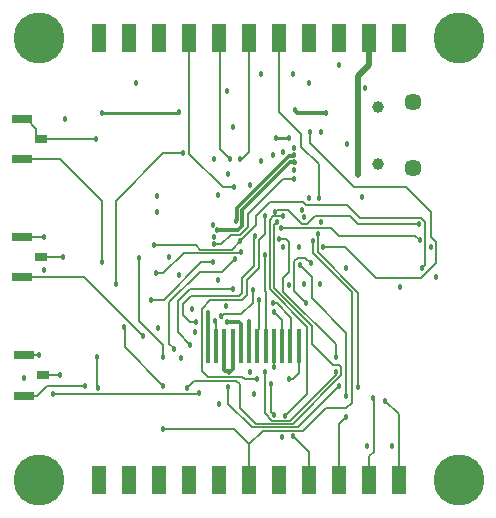
<source format=gbl>
G04*
G04 #@! TF.GenerationSoftware,Altium Limited,Altium Designer,23.10.1 (27)*
G04*
G04 Layer_Physical_Order=4*
G04 Layer_Color=11436288*
%FSLAX25Y25*%
%MOIN*%
G70*
G04*
G04 #@! TF.SameCoordinates,F1345391-9F32-4E0E-91B1-EC67AA166F81*
G04*
G04*
G04 #@! TF.FilePolarity,Positive*
G04*
G01*
G75*
%ADD11C,0.01000*%
%ADD21R,0.04331X0.03150*%
%ADD45R,0.06693X0.03150*%
%ADD92C,0.00500*%
%ADD93C,0.01200*%
%ADD94C,0.02000*%
%ADD96C,0.00500*%
%ADD97R,0.05000X0.09500*%
%ADD98C,0.05709*%
%ADD99C,0.03937*%
%ADD100C,0.17000*%
%ADD101C,0.01800*%
%ADD102R,0.01378X0.11811*%
D11*
X106200Y101768D02*
X106207Y101760D01*
X45986Y122800D02*
X46500D01*
X45915Y122729D02*
X45986Y122800D01*
X79000Y114400D02*
X83240D01*
X20963Y122729D02*
X45915D01*
D21*
X1403Y35100D02*
D03*
X696Y74700D02*
D03*
Y113800D02*
D03*
D45*
X-5093Y41793D02*
D03*
Y28407D02*
D03*
X-5800Y68007D02*
D03*
Y81393D02*
D03*
Y107107D02*
D03*
Y120493D02*
D03*
D92*
X1403Y35100D02*
X6900D01*
X58600Y53200D02*
Y53200D01*
X58900Y49900D02*
Y52900D01*
X58600Y53200D02*
X58900Y52900D01*
X60600Y54486D02*
Y54800D01*
X60518Y54404D02*
X60600Y54486D01*
X54200Y36723D02*
Y57386D01*
X56200Y55991D02*
Y56000D01*
X56109Y55900D02*
X56200Y55991D01*
X54200Y57386D02*
X57042Y60228D01*
X54200Y36723D02*
X56323Y34600D01*
X50094Y53006D02*
X52406D01*
X66995Y107086D02*
X67645D01*
X19300Y31000D02*
X19500Y30800D01*
X19300Y31000D02*
Y41400D01*
X28234Y51280D02*
X28509Y51006D01*
Y44480D02*
Y51006D01*
Y44480D02*
X41388Y31600D01*
X25425Y65702D02*
Y93226D01*
X41400Y109200D01*
X47800D01*
X63563Y107150D02*
Y107200D01*
X2607Y31700D02*
X15100D01*
X-686Y28407D02*
X2607Y31700D01*
X69700Y84750D02*
Y88900D01*
X81400Y100600D02*
X85000D01*
X69700Y88900D02*
X81400Y100600D01*
X67000Y82050D02*
X69700Y84750D01*
X58100Y78900D02*
X60700D01*
X63850Y82050D02*
X67000D01*
X60700Y78900D02*
X63850Y82050D01*
X-5800Y120493D02*
X-4193D01*
X-1106Y115125D02*
Y117406D01*
X-4193Y120493D02*
X-1106Y117406D01*
X52316Y78497D02*
X53736Y77077D01*
X38089Y78497D02*
X52316D01*
X53736Y77077D02*
X64159D01*
X48097Y75997D02*
X66295D01*
X67194Y80294D02*
X72109Y85209D01*
X67194Y80112D02*
Y80294D01*
X72109Y85209D02*
Y88309D01*
X67645Y67444D02*
X71700Y71500D01*
Y81853D01*
X50500Y61600D02*
X66500D01*
X67645Y62744D02*
Y67444D01*
X66500Y61600D02*
X67645Y62744D01*
X57042Y60228D02*
X67528D01*
X69200Y61900D02*
Y66910D01*
X67528Y60228D02*
X69200Y61900D01*
X67300Y55500D02*
X71100Y59300D01*
Y63535D02*
X71200Y63635D01*
X71100Y59300D02*
Y63535D01*
X69200Y66910D02*
X73168Y70879D01*
X46100Y59800D02*
X50263Y63963D01*
X46100Y49500D02*
X50345Y45256D01*
X46100Y49500D02*
Y59800D01*
X43400Y45600D02*
X44900Y44100D01*
X43400Y59500D02*
X53493Y69593D01*
X43400Y45600D02*
Y59500D01*
X44900Y43800D02*
Y44100D01*
X33400Y53100D02*
X41388Y45112D01*
Y41199D02*
Y45112D01*
X33400Y53100D02*
Y74300D01*
X52869Y28876D02*
X53288Y29295D01*
X4500Y28876D02*
X52869D01*
X98800Y35300D02*
Y36100D01*
X80156Y19965D02*
X83465D01*
X98800Y35300D01*
X81991Y21624D02*
X82000Y21615D01*
X41255Y17173D02*
X64927D01*
X70000Y12100D01*
Y200D02*
Y12100D01*
X74600Y16700D02*
X87995D01*
X70000Y12100D02*
X74600Y16700D01*
X119800Y400D02*
X120000Y200D01*
X115400Y26600D02*
X119800Y22200D01*
Y400D02*
Y22200D01*
X111300Y27600D02*
X111600Y27300D01*
Y14100D02*
Y27300D01*
X110000Y8100D02*
X111600Y9700D01*
Y14100D01*
X110000Y200D02*
Y8100D01*
X102319Y24200D02*
X104200Y26081D01*
X91250Y75829D02*
X104200Y62879D01*
Y26081D02*
Y62879D01*
X90954Y60798D02*
X102350Y49402D01*
Y28252D02*
Y49402D01*
X84478Y18965D02*
X100600Y35087D01*
X99900Y38700D02*
X100600Y38000D01*
Y35087D02*
Y38000D01*
X98000Y38700D02*
X99900D01*
X91000Y45700D02*
X98000Y38700D01*
X70800Y17800D02*
X86200D01*
X62944Y25656D02*
Y31405D01*
Y25656D02*
X70800Y17800D01*
X66800Y24372D02*
Y32100D01*
Y24372D02*
X72207Y18965D01*
X84478D01*
X86200Y17800D02*
X100000Y31600D01*
X87995Y16700D02*
X95495Y24200D01*
X77628Y19972D02*
X80149D01*
X80156Y19965D01*
X75137Y22463D02*
X77628Y19972D01*
X82000Y21615D02*
X89400Y29015D01*
X49200Y31000D02*
X51500Y33300D01*
X65600D02*
X66800Y32100D01*
X51500Y33300D02*
X65600D01*
X56323Y34600D02*
X67721D01*
X68564Y33757D01*
X47900Y59000D02*
X50500Y61600D01*
X47900Y55200D02*
Y59000D01*
Y55200D02*
X50094Y53006D01*
X50263Y63963D02*
X64317D01*
X53493Y69593D02*
X60976D01*
X50345Y45256D02*
X50555Y45044D01*
X58900Y49900D02*
X58929Y49871D01*
X60518Y54404D02*
X61614Y55500D01*
X67300D01*
X91000Y45700D02*
Y51476D01*
X81330Y63085D02*
X98826Y45589D01*
Y41265D02*
Y45589D01*
X78220Y64255D02*
X91000Y51476D01*
X76747Y63896D02*
X89400Y51243D01*
Y29015D02*
Y51243D01*
X75465Y45011D02*
Y63035D01*
X75100Y63400D02*
Y75100D01*
Y63400D02*
X75465Y63035D01*
X78000Y59100D02*
X79150D01*
X79161Y59088D01*
X72709Y50227D02*
X73168Y50687D01*
Y59876D01*
X76850Y93050D02*
X87950D01*
X72109Y88309D02*
X76850Y93050D01*
X78591Y89750D02*
X79241Y90400D01*
X82800D02*
X87600Y85600D01*
X79241Y90400D02*
X82800D01*
X87600Y85600D02*
X89400D01*
X88978Y92022D02*
X102589D01*
X87950Y93050D02*
X88978Y92022D01*
X103602Y88200D02*
X106313Y85489D01*
X92000Y88200D02*
X103602D01*
X102589Y92022D02*
X106861Y87750D01*
X127083D01*
X89400Y85600D02*
X92000Y88200D01*
X87300Y111400D02*
X93200Y105500D01*
X80000Y122906D02*
X87300Y115606D01*
Y111400D02*
Y115606D01*
X93200Y94150D02*
Y105500D01*
X97400Y84100D02*
X99900Y81600D01*
X80636Y84100D02*
X97400D01*
X73168Y80200D02*
X75300Y82332D01*
Y88179D02*
X75377Y88256D01*
X75300Y82332D02*
Y88179D01*
X78220Y85120D02*
X79400Y86300D01*
X78220Y64255D02*
Y85120D01*
X76747Y86947D02*
X77900Y88100D01*
X81000D02*
X81200Y88300D01*
X77900Y88100D02*
X81000D01*
X81200Y88300D02*
Y88400D01*
X76747Y75786D02*
Y86947D01*
X80600Y84100D02*
X80636D01*
X76747Y75786D02*
X76750Y75783D01*
Y74417D02*
Y75783D01*
X76747Y74414D02*
X76750Y74417D01*
X76747Y63896D02*
Y74414D01*
X90260Y112590D02*
X105050Y97800D01*
X90260Y112590D02*
Y116408D01*
X50200Y45111D02*
Y45200D01*
Y45111D02*
X50411Y44900D01*
X50555Y45044D01*
X65328Y73945D02*
Y74073D01*
X66295Y75997D02*
X66356Y76059D01*
X64159Y77077D02*
X67194Y80112D01*
X85000Y63222D02*
X89031Y59191D01*
X85000Y73111D02*
X86289Y74400D01*
X85000Y63222D02*
Y73111D01*
X86289Y74400D02*
X88706D01*
X90602Y72505D01*
X60518Y54404D02*
X60904D01*
X58929Y45011D02*
Y49871D01*
X14877Y68007D02*
X34600Y48285D01*
X7600Y74700D02*
X8000Y75100D01*
X57879Y72813D02*
X57974Y72907D01*
X53934Y72813D02*
X57879D01*
X75137Y22463D02*
Y36306D01*
X78220Y37928D02*
Y45011D01*
X73168Y59876D02*
Y60228D01*
X127083Y87750D02*
X128500Y86333D01*
X127500Y70950D02*
X128500Y71950D01*
Y86333D01*
X132300Y72656D02*
Y79700D01*
X130600Y81400D02*
X132300Y79700D01*
X127259Y67615D02*
X132300Y72656D01*
X122400Y97800D02*
X130600Y89600D01*
Y81400D02*
Y89600D01*
X112145Y67615D02*
X127259D01*
X61217Y97800D02*
X64960D01*
X50000Y109017D02*
Y147700D01*
Y109017D02*
X61217Y97800D01*
X70000Y147700D02*
X70011Y147689D01*
X67645Y107086D02*
X70011Y109453D01*
Y147689D01*
X60300Y110463D02*
Y147400D01*
Y110463D02*
X63563Y107200D01*
X81330Y63085D02*
Y67730D01*
X95495Y24200D02*
X102319D01*
X106400Y31300D02*
Y62708D01*
X92900Y76208D02*
X106400Y62708D01*
X91250Y75829D02*
Y79863D01*
X90602Y72460D02*
Y72505D01*
X90954Y60798D02*
Y67964D01*
X86989Y71930D02*
X90954Y67964D01*
X92900Y76208D02*
Y82400D01*
X101999Y77761D02*
X112145Y67615D01*
X94550Y77761D02*
X101999D01*
X105050Y97800D02*
X122400D01*
X106313Y85489D02*
X126550D01*
X80000Y122906D02*
Y147700D01*
X64317Y63963D02*
X64427Y64073D01*
X69779Y52589D02*
X69931Y52741D01*
Y45032D02*
X69953Y45011D01*
X79161Y59088D02*
X83916Y54333D01*
Y45195D02*
Y54333D01*
X81330Y67730D02*
X83218Y69618D01*
Y79517D01*
X80000Y80600D02*
X82135D01*
X83218Y79517D01*
X115400Y26600D02*
Y26600D01*
X68564Y33757D02*
X72709D01*
X77295Y22826D02*
X78220Y21900D01*
Y21818D02*
Y21900D01*
X63469Y36656D02*
X63991D01*
X63220Y36407D02*
X63469Y36656D01*
X37300Y60313D02*
X41434D01*
X53934Y72813D01*
X-3261Y107268D02*
X7032D01*
X20963Y93337D01*
X-3700Y107707D02*
X-3261Y107268D01*
X1403Y35100D02*
X1503Y35000D01*
X60976Y69593D02*
X65328Y73945D01*
X110000Y200D02*
X111300Y1500D01*
X41255Y16965D02*
Y17173D01*
X20963Y72813D02*
Y93337D01*
X696Y113800D02*
X18863D01*
X219D02*
X696D01*
X-1106Y115125D02*
X219Y113800D01*
X41400Y69300D02*
X48097Y75997D01*
X66989Y76059D02*
X67238Y76307D01*
X66356Y76059D02*
X66989D01*
X-5800Y81393D02*
X1500D01*
X696Y74700D02*
X7600D01*
X-5093Y41793D02*
X-4D01*
X-5093Y28407D02*
X-686D01*
X-3700Y68007D02*
X14877D01*
X63220Y36407D02*
X63220D01*
X62448Y36513D02*
X62781Y36846D01*
X63220Y36407D01*
X73168Y70879D02*
Y80200D01*
X100000Y200D02*
Y18950D01*
X102300Y21250D01*
X60000Y147700D02*
X60300Y147400D01*
X90000Y200D02*
Y9472D01*
X84600Y14872D02*
X90000Y9472D01*
X39100Y69300D02*
X41400D01*
X83218Y34012D02*
X83266Y33964D01*
X84607D02*
X86488Y35845D01*
X83266Y33964D02*
X84607D01*
X86488Y35845D02*
Y45011D01*
X83732D02*
X83916Y45195D01*
X72709Y45011D02*
Y50227D01*
X80976Y45011D02*
Y53444D01*
X78220Y56200D02*
X80976Y53444D01*
X77295Y22826D02*
Y32107D01*
X99900Y81600D02*
X125400D01*
X126800Y80200D01*
D93*
X56173Y45011D02*
X56200Y45038D01*
Y56000D01*
X84800Y108200D02*
Y108400D01*
X66100Y83500D02*
X67645Y85044D01*
X65621Y86640D02*
X65900Y86920D01*
X84800Y108400D02*
X85074D01*
X65900Y86920D02*
Y91000D01*
X67645Y85044D02*
Y90340D01*
X83300Y108400D02*
X84800D01*
Y108500D01*
X65900Y91000D02*
X83300Y108400D01*
X85000Y105829D02*
X85235Y106065D01*
X85135Y106165D02*
X85235Y106065D01*
X83469Y106165D02*
X85135D01*
X85000Y105829D02*
Y106100D01*
X67645Y90340D02*
X83469Y106165D01*
X59246Y83500D02*
X66100D01*
X62545Y52986D02*
X66425D01*
X67197Y45011D02*
Y52214D01*
X66425Y52986D02*
X67197Y52214D01*
X69931Y45032D02*
Y52741D01*
X64441Y37106D02*
Y45011D01*
X63991Y36656D02*
X64441Y37106D01*
X86071Y122729D02*
X95495D01*
X85300Y123500D02*
X86071Y122729D01*
X61685Y36863D02*
X62034Y36513D01*
X62448D01*
X61685Y36863D02*
Y45011D01*
D94*
X106200Y134800D02*
X110000Y138600D01*
X106200Y101768D02*
Y134800D01*
X110000Y138600D02*
Y147700D01*
D96*
Y90997D02*
D03*
Y75997D02*
D03*
D97*
X20000Y200D02*
D03*
Y147700D02*
D03*
X30000D02*
D03*
X40000D02*
D03*
X50000D02*
D03*
X60000D02*
D03*
X70000D02*
D03*
X80000D02*
D03*
X90000D02*
D03*
X100000D02*
D03*
X110000D02*
D03*
X120000D02*
D03*
Y200D02*
D03*
X110000D02*
D03*
X100000D02*
D03*
X90000D02*
D03*
X80000D02*
D03*
X70000D02*
D03*
X60000D02*
D03*
X50000D02*
D03*
X40000D02*
D03*
X30000D02*
D03*
D98*
X124739Y126105D02*
D03*
Y104295D02*
D03*
D99*
X112810Y105653D02*
D03*
Y124747D02*
D03*
D100*
X0Y147700D02*
D03*
X140000D02*
D03*
Y200D02*
D03*
X0D02*
D03*
D101*
X-5200Y34400D02*
D03*
X6900Y35100D02*
D03*
X58600Y53200D02*
D03*
X60600Y54800D02*
D03*
X56200Y56000D02*
D03*
X52406Y53006D02*
D03*
X47800Y109200D02*
D03*
X66995Y107086D02*
D03*
X28234Y51280D02*
D03*
X19500Y30800D02*
D03*
X19300Y41400D02*
D03*
X25425Y65702D02*
D03*
X63563Y107150D02*
D03*
X58100D02*
D03*
X70294Y98453D02*
D03*
X47400Y40900D02*
D03*
X15100Y31700D02*
D03*
X65621Y86640D02*
D03*
X81991Y21624D02*
D03*
X98800Y36100D02*
D03*
X63220Y36407D02*
D03*
X71505Y29074D02*
D03*
X62944Y31405D02*
D03*
X50756Y57300D02*
D03*
X78000Y59100D02*
D03*
X78591Y89750D02*
D03*
X79400Y86300D02*
D03*
X80600Y84100D02*
D03*
X81200Y88400D02*
D03*
X41388Y41199D02*
D03*
X75100Y75100D02*
D03*
X39300Y94800D02*
D03*
X46500Y122800D02*
D03*
X81100Y109600D02*
D03*
X84800Y108500D02*
D03*
X85000Y111000D02*
D03*
Y106100D02*
D03*
X85017Y103706D02*
D03*
X75377Y88256D02*
D03*
X85000Y100600D02*
D03*
X57750Y85300D02*
D03*
X58100Y81393D02*
D03*
Y78900D02*
D03*
X71800Y81700D02*
D03*
X59246Y83500D02*
D03*
X33400Y74300D02*
D03*
X39400Y89700D02*
D03*
X77900Y108600D02*
D03*
X83240Y114400D02*
D03*
X79000D02*
D03*
X102607Y112141D02*
D03*
X70100Y36300D02*
D03*
X50200Y45200D02*
D03*
X62200Y58200D02*
D03*
X65328Y74073D02*
D03*
X34600Y48285D02*
D03*
X38089Y78497D02*
D03*
X132300Y67964D02*
D03*
X57974Y72907D02*
D03*
X8600Y120600D02*
D03*
X84719Y135468D02*
D03*
X73809D02*
D03*
X107693Y94599D02*
D03*
X75137Y36306D02*
D03*
X78220Y37928D02*
D03*
Y56200D02*
D03*
X130600Y77761D02*
D03*
X62793Y102208D02*
D03*
X106400Y31300D02*
D03*
X102327Y70977D02*
D03*
X90602Y72460D02*
D03*
X102350Y28252D02*
D03*
X93500Y65562D02*
D03*
X127500Y70950D02*
D03*
X89031Y59191D02*
D03*
X106207Y101760D02*
D03*
X64427Y64073D02*
D03*
X62545Y52986D02*
D03*
X70000Y52837D02*
D03*
X117653Y11500D02*
D03*
X78220Y21818D02*
D03*
X-4Y41793D02*
D03*
X86603Y77957D02*
D03*
X109200Y11500D02*
D03*
X80833Y14615D02*
D03*
X88396Y65562D02*
D03*
X39535Y50850D02*
D03*
X86989Y71930D02*
D03*
X88396Y87860D02*
D03*
X93884Y86393D02*
D03*
X85300Y123500D02*
D03*
X95495Y122729D02*
D03*
X89954Y132600D02*
D03*
X99883Y138700D02*
D03*
X90260Y116408D02*
D03*
X94000D02*
D03*
X41255Y17173D02*
D03*
X41388Y31600D02*
D03*
X20963Y72813D02*
D03*
X18863Y113800D02*
D03*
X108700Y130800D02*
D03*
X32100Y132600D02*
D03*
X62700Y130000D02*
D03*
X64476Y117871D02*
D03*
X73809Y106558D02*
D03*
X1500Y81393D02*
D03*
X1657Y70100D02*
D03*
X8000Y74700D02*
D03*
X37300Y60313D02*
D03*
X53288Y29295D02*
D03*
X39000Y69250D02*
D03*
X4500Y28876D02*
D03*
X72709Y33757D02*
D03*
X51900Y49594D02*
D03*
X60000Y25500D02*
D03*
X20963Y122729D02*
D03*
X102300Y21250D02*
D03*
X90058Y94342D02*
D03*
X93200Y94150D02*
D03*
X64960Y97800D02*
D03*
X98826Y41265D02*
D03*
X84600Y14872D02*
D03*
X44900Y43800D02*
D03*
X46555Y68700D02*
D03*
X67238Y76307D02*
D03*
X83218Y34012D02*
D03*
X73168Y60228D02*
D03*
X49200Y31000D02*
D03*
X77295Y32107D02*
D03*
X100000Y31600D02*
D03*
X94550Y77761D02*
D03*
X91250Y79863D02*
D03*
X111300Y27600D02*
D03*
X115400Y26600D02*
D03*
X126550Y85489D02*
D03*
X120232Y64653D02*
D03*
X126800Y80200D02*
D03*
X71200Y63635D02*
D03*
X43100Y74700D02*
D03*
X66945Y79863D02*
D03*
X87655Y90372D02*
D03*
X80000Y80600D02*
D03*
X81302Y77787D02*
D03*
X92900Y82400D02*
D03*
X83240Y65106D02*
D03*
X59600Y66908D02*
D03*
Y95400D02*
D03*
D102*
X56173Y45011D02*
D03*
X58929D02*
D03*
X61685D02*
D03*
X64441D02*
D03*
X67197D02*
D03*
X69953D02*
D03*
X72709D02*
D03*
X75465D02*
D03*
X78220D02*
D03*
X80976D02*
D03*
X83732D02*
D03*
X86488D02*
D03*
M02*

</source>
